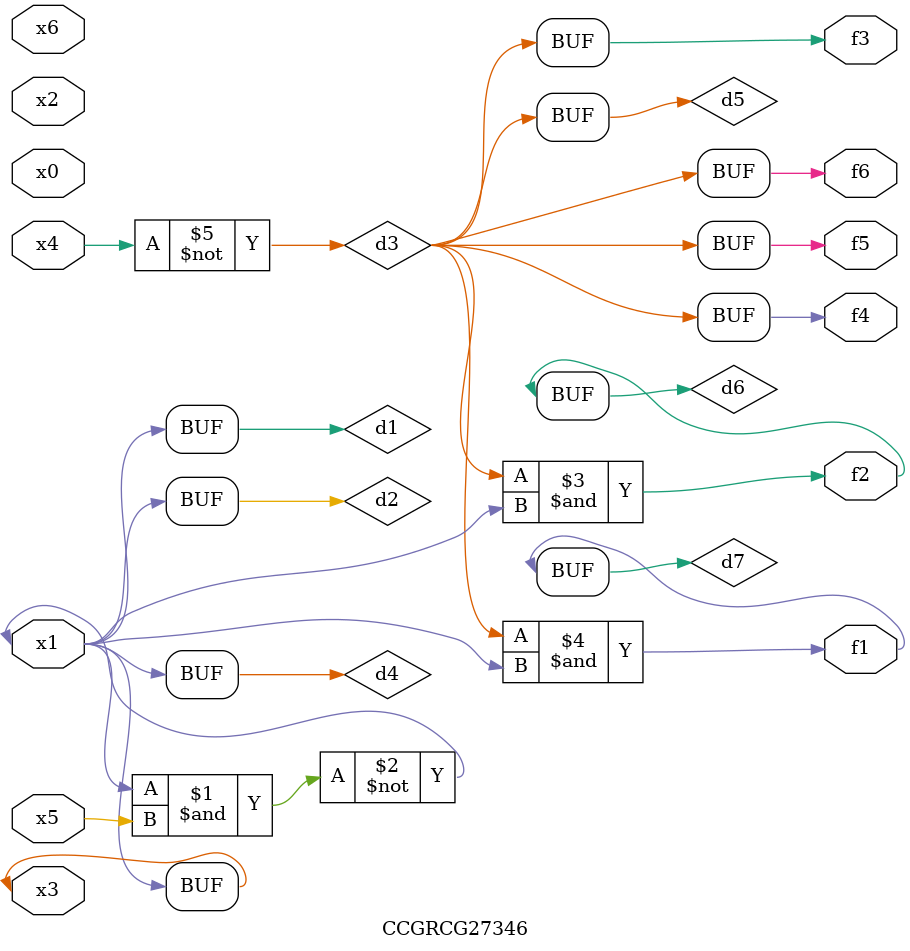
<source format=v>
module CCGRCG27346(
	input x0, x1, x2, x3, x4, x5, x6,
	output f1, f2, f3, f4, f5, f6
);

	wire d1, d2, d3, d4, d5, d6, d7;

	buf (d1, x1, x3);
	nand (d2, x1, x5);
	not (d3, x4);
	buf (d4, d1, d2);
	buf (d5, d3);
	and (d6, d3, d4);
	and (d7, d3, d4);
	assign f1 = d7;
	assign f2 = d6;
	assign f3 = d5;
	assign f4 = d5;
	assign f5 = d5;
	assign f6 = d5;
endmodule

</source>
